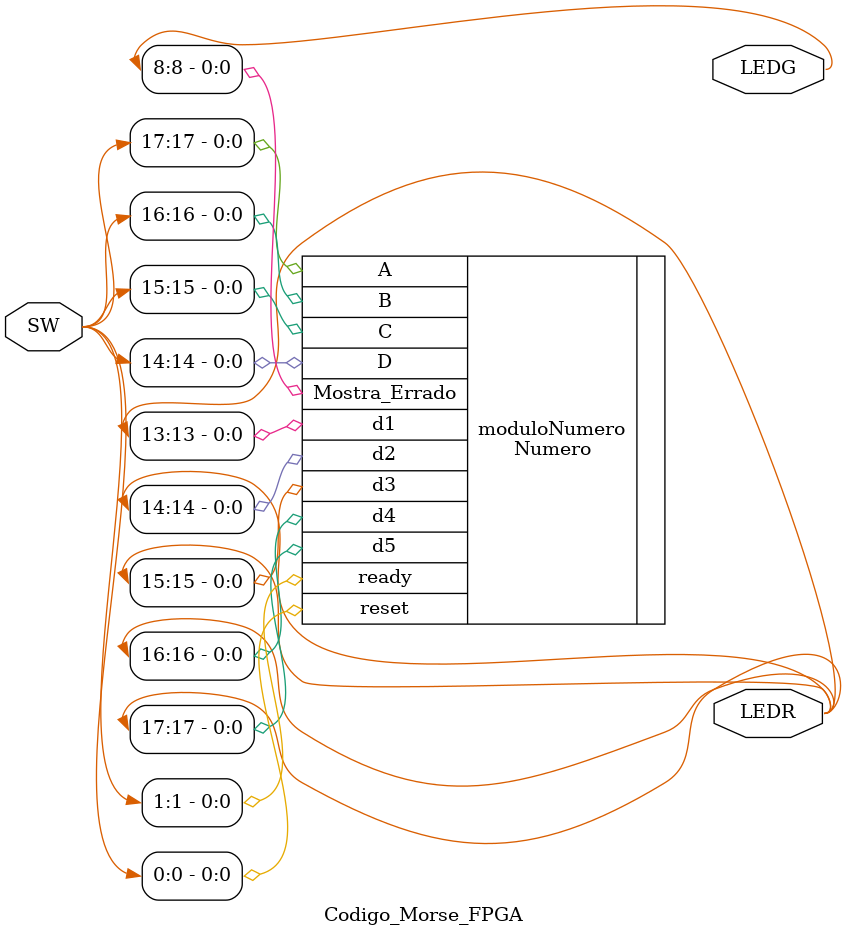
<source format=v>
`include "Numero.v"//Incluíndo o módulo com as equações

module Codigo_Morse_FPGA(LEDG, LEDR, SW);//Definição do que será utilizado na FPGA

input 		    [17:0]		SW;//Definindo como entrada os Switches da FPGA
output		     [8:0]		LEDG;//Definindo como saída os LEDs verdes
output		    [17:0]		LEDR;//Definindo como saída os LEDs vermelhos

//Instanciando o módulo Numero.v com suas respectivas entradas e saídas

Numero moduloNumero (.A(SW[17]), .B(SW[16]), .C(SW[15]), .D(SW[14]), .d1(LEDR[13]), .d2(LEDR[14]), .d3(LEDR[15]), .d4(LEDR[16]), .d5(LEDR[17]), .reset(SW[0]), .ready(SW[1]), .Mostra_Errado(LEDG[8]));

  /*
  A = Primeira Entrada e Switch de número 17
  B = Segunda Entrada e Switch de número 16
  C = Terceira Entrada e Switch de número 15
  D = Quarta Entrada e Switch de número 14
  d5 = Primeira saída e LED Vermelho de número 17
  d4 = Segunda saída e LED Vermelho de número 16
  d3 = Terceira saída e LED Vermelho de número 15
  d2 = Quarta saída e LED Vermelho de número 14
  d1 = Última saída e LED Vermelho de número 13
  Reset = Entrada para voltar as saídas para seu valor inicial (0) e Switch de número 0
  Ready = Entrada para indicar que as entradas estão prontas e a saída pode ser exibida e Switch de número 1
  Mostra_Errado = Indica se o valor de entrada é maior que 9 (Valor Inválido) ou se o Reset está ativado e usa o LED Verde de número 8
  */
endmodule//Fim do módulo

</source>
